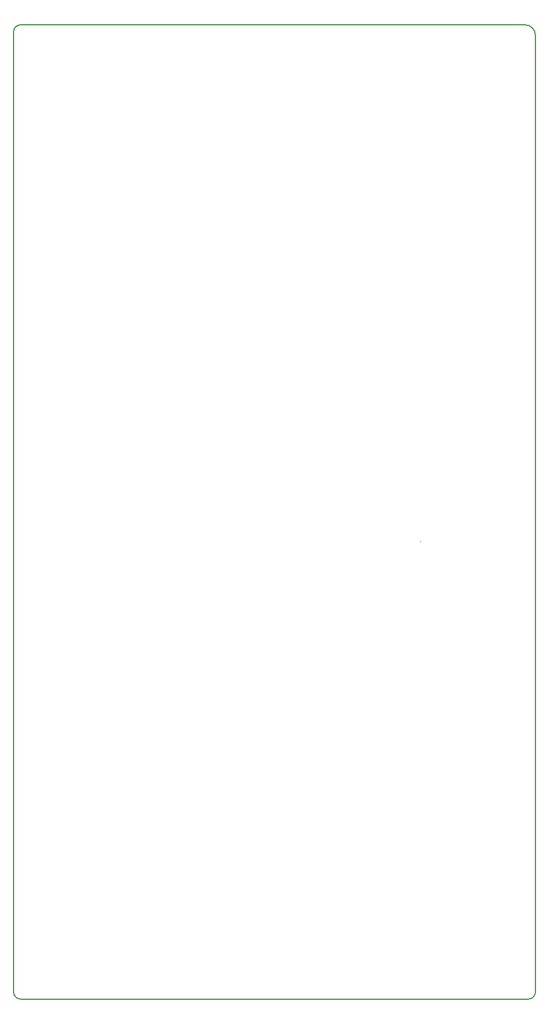
<source format=gm1>
G04 #@! TF.FileFunction,Profile,NP*
%FSLAX46Y46*%
G04 Gerber Fmt 4.6, Leading zero omitted, Abs format (unit mm)*
G04 Created by KiCad (PCBNEW 4.0.7) date Mon Feb 12 17:44:01 2018*
%MOMM*%
%LPD*%
G01*
G04 APERTURE LIST*
%ADD10C,0.100000*%
%ADD11C,0.150000*%
G04 APERTURE END LIST*
D10*
D11*
X145500000Y-34000000D02*
X145500000Y-33500000D01*
X70500000Y-33500000D02*
X70500000Y-33000000D01*
X144500000Y-172000000D02*
G75*
G03X145500000Y-171000000I0J1000000D01*
G01*
X70500000Y-171000000D02*
G75*
G03X71500000Y-172000000I1000000J0D01*
G01*
X70500000Y-171000000D02*
X70500000Y-171000000D01*
X80000000Y-172000000D02*
X71500000Y-172000000D01*
X144500000Y-172000000D02*
X80000000Y-172000000D01*
X145500000Y-171000000D02*
X145500000Y-171000000D01*
X70500000Y-157500000D02*
X70500000Y-171000000D01*
X145500000Y-157500000D02*
X145500000Y-171000000D01*
X145500000Y-157500000D02*
X145500000Y-142500000D01*
X70500000Y-142500000D02*
X70500000Y-157500000D01*
X145500000Y-102500000D02*
X145500000Y-142500000D01*
X70500000Y-102500000D02*
X70500000Y-142500000D01*
X71500000Y-32000000D02*
G75*
G03X70500000Y-33000000I0J-1000000D01*
G01*
X145500000Y-33500000D02*
G75*
G03X144000000Y-32000000I-1500000J0D01*
G01*
X71500000Y-32000000D02*
X81800000Y-32000000D01*
X70500000Y-73500000D02*
X70500000Y-33500000D01*
X144000000Y-32000000D02*
X81800000Y-32000000D01*
X145500000Y-49200000D02*
X145500000Y-34000000D01*
X145500000Y-72500000D02*
X145500000Y-49200000D01*
X129000000Y-106210000D02*
X129000000Y-106210000D01*
X145500000Y-72500000D02*
X145500000Y-77500000D01*
X70500000Y-77500000D02*
X70500000Y-72500000D01*
X70500000Y-77500000D02*
X70500000Y-91500000D01*
X145500000Y-102500000D02*
X145500000Y-77500000D01*
X70500000Y-102500000D02*
X70500000Y-91500000D01*
M02*

</source>
